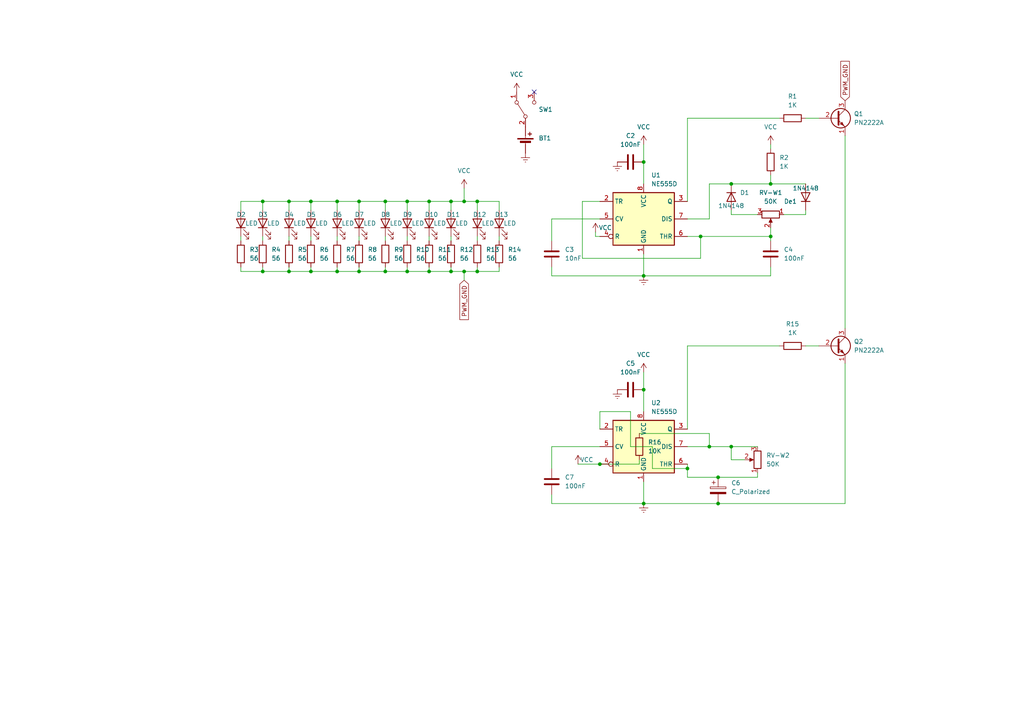
<source format=kicad_sch>
(kicad_sch (version 20230121) (generator eeschema)
  (paper "A4")
  (lib_symbols
    (symbol "Device:Battery_Cell" (pin_numbers hide) (pin_names (offset 0) hide)
      (property "Reference" "BT" (at 2.54 2.54 0))
      (property "Value" "Battery_Cell" (at 2.54 0 0))
      (symbol "Battery_Cell_0_1"
        (rectangle (start -2.286 1.778) (end 2.286 1.524) (fill (type outline)))
        (rectangle (start -1.524 1.016) (end 1.524 0.508) (fill (type outline)))
        (polyline (pts (xy 0 0.762) (xy 0 0)))
        (polyline (pts (xy 0 1.778) (xy 0 2.54)))
        (polyline (pts (xy 0.762 3.048) (xy 1.778 3.048)) (stroke (width 0.254)))
        (polyline (pts (xy 1.27 3.556) (xy 1.27 2.54)) (stroke (width 0.254)))
      )
      (symbol "Battery_Cell_1_1"
        (pin passive line (at 0 5.08 270) (length 2.54) (name "+") (number "1"))
        (pin passive line (at 0 -2.54 90) (length 2.54) (name "-") (number "2"))
      )
    )
    (symbol "Device:C" (pin_numbers hide) (pin_names (offset 0.254))
      (property "Reference" "C" (at 0.635 2.54 0))
      (property "Value" "C" (at 0.635 -2.54 0))
      (symbol "C_0_1"
        (polyline (pts (xy -2.032 -0.762) (xy 2.032 -0.762)) (stroke (width 0.508)))
        (polyline (pts (xy -2.032 0.762) (xy 2.032 0.762)) (stroke (width 0.508)))
      )
      (symbol "C_1_1"
        (pin passive line (at 0 3.81 270) (length 2.794) (name "~") (number "1"))
        (pin passive line (at 0 -3.81 90) (length 2.794) (name "~") (number "2"))
      )
    )
    (symbol "Device:C_Polarized" (pin_numbers hide) (pin_names (offset 0.254))
      (property "Reference" "C" (at 0.635 2.54 0))
      (property "Value" "C_Polarized" (at 0.635 -2.54 0))
      (symbol "C_Polarized_0_1"
        (rectangle (start -2.286 0.508) (end 2.286 1.016))
        (polyline (pts (xy -1.778 2.286) (xy -0.762 2.286)))
        (polyline (pts (xy -1.27 2.794) (xy -1.27 1.778)))
        (rectangle (start 2.286 -0.508) (end -2.286 -1.016) (fill (type outline)))
      )
      (symbol "C_Polarized_1_1"
        (pin passive line (at 0 3.81 270) (length 2.794) (name "~") (number "1"))
        (pin passive line (at 0 -3.81 90) (length 2.794) (name "~") (number "2"))
      )
    )
    (symbol "Device:D" (pin_numbers hide) (pin_names (offset 1.016) hide)
      (property "Reference" "D" (at 0 2.54 0))
      (property "Value" "D" (at 0 -2.54 0))
      (symbol "D_0_1"
        (polyline (pts (xy -1.27 1.27) (xy -1.27 -1.27)) (stroke (width 0.254)))
        (polyline (pts (xy 1.27 0) (xy -1.27 0)))
        (polyline (pts (xy 1.27 1.27) (xy 1.27 -1.27) (xy -1.27 0) (xy 1.27 1.27)) (stroke (width 0.254)))
      )
      (symbol "D_1_1"
        (pin passive line (at -3.81 0 0) (length 2.54) (name "K") (number "1"))
        (pin passive line (at 3.81 0 180) (length 2.54) (name "A") (number "2"))
      )
    )
    (symbol "Device:LED" (pin_numbers hide) (pin_names (offset 1.016) hide)
      (property "Reference" "D" (at 0 2.54 0))
      (property "Value" "LED" (at 0 -2.54 0))
      (symbol "LED_0_1"
        (polyline (pts (xy -1.27 -1.27) (xy -1.27 1.27)) (stroke (width 0.254)))
        (polyline (pts (xy -1.27 0) (xy 1.27 0)))
        (polyline (pts (xy 1.27 -1.27) (xy 1.27 1.27) (xy -1.27 0) (xy 1.27 -1.27)) (stroke (width 0.254)))
        (polyline (pts (xy -3.048 -0.762) (xy -4.572 -2.286) (xy -3.81 -2.286) (xy -4.572 -2.286) (xy -4.572 -1.524)))
        (polyline (pts (xy -1.778 -0.762) (xy -3.302 -2.286) (xy -2.54 -2.286) (xy -3.302 -2.286) (xy -3.302 -1.524)))
      )
      (symbol "LED_1_1"
        (pin passive line (at -3.81 0 0) (length 2.54) (name "K") (number "1"))
        (pin passive line (at 3.81 0 180) (length 2.54) (name "A") (number "2"))
      )
    )
    (symbol "Device:R" (pin_numbers hide) (pin_names (offset 0))
      (property "Reference" "R" (at 2.032 0 90))
      (property "Value" "R" (at 0 0 90))
      (symbol "R_0_1"
        (rectangle (start -1.016 -2.54) (end 1.016 2.54) (stroke (width 0.254)))
      )
      (symbol "R_1_1"
        (pin passive line (at 0 3.81 270) (length 1.27) (name "~") (number "1"))
        (pin passive line (at 0 -3.81 90) (length 1.27) (name "~") (number "2"))
      )
    )
    (symbol "Device:R_Potentiometer" (pin_names (offset 1.016) hide)
      (property "Reference" "RV" (at -4.445 0 90))
      (property "Value" "R_Potentiometer" (at -2.54 0 90))
      (symbol "R_Potentiometer_0_1"
        (polyline (pts (xy 2.54 0) (xy 1.524 0)))
        (polyline (pts (xy 1.143 0) (xy 2.286 0.508) (xy 2.286 -0.508) (xy 1.143 0)) (fill (type outline)))
        (rectangle (start 1.016 2.54) (end -1.016 -2.54) (stroke (width 0.254)))
      )
      (symbol "R_Potentiometer_1_1"
        (pin passive line (at 0 3.81 270) (length 1.27) (name "1") (number "1"))
        (pin passive line (at 3.81 0 180) (length 1.27) (name "2") (number "2"))
        (pin passive line (at 0 -3.81 90) (length 1.27) (name "3") (number "3"))
      )
    )
    (symbol "Switch:SW_SPDT" (pin_names (offset 0) hide)
      (property "Reference" "SW" (at 0 4.318 0))
      (property "Value" "SW_SPDT" (at 0 -5.08 0))
      (symbol "SW_SPDT_0_0"
        (circle (center -2.032 0) (radius 0.508))
        (circle (center 2.032 -2.54) (radius 0.508))
      )
      (symbol "SW_SPDT_0_1"
        (polyline (pts (xy -1.524 0.254) (xy 1.651 2.286)))
        (circle (center 2.032 2.54) (radius 0.508))
      )
      (symbol "SW_SPDT_1_1"
        (pin passive line (at 5.08 2.54 180) (length 2.54) (name "A") (number "1"))
        (pin passive line (at -5.08 0 0) (length 2.54) (name "B") (number "2"))
        (pin passive line (at 5.08 -2.54 180) (length 2.54) (name "C") (number "3"))
      )
    )
    (symbol "Timer:NE555D"
      (property "Reference" "U" (at -10.16 8.89 0))
      (property "Value" "NE555D" (at 2.54 8.89 0))
      (symbol "NE555D_0_0"
        (pin power_in line (at 0 -10.16 90) (length 2.54) (name "GND") (number "1"))
        (pin power_in line (at 0 10.16 270) (length 2.54) (name "VCC") (number "8"))
      )
      (symbol "NE555D_0_1"
        (rectangle (start -8.89 -7.62) (end 8.89 7.62) (stroke (width 0.254)) (fill (type background)))
        (rectangle (start -8.89 -7.62) (end 8.89 7.62) (stroke (width 0.254)) (fill (type background)))
      )
      (symbol "NE555D_1_1"
        (pin input line (at -12.7 5.08 0) (length 3.81) (name "TR") (number "2"))
        (pin output line (at 12.7 5.08 180) (length 3.81) (name "Q") (number "3"))
        (pin input inverted (at -12.7 -5.08 0) (length 3.81) (name "R") (number "4"))
        (pin input line (at -12.7 0 0) (length 3.81) (name "CV") (number "5"))
        (pin input line (at 12.7 -5.08 180) (length 3.81) (name "THR") (number "6"))
        (pin input line (at 12.7 0 180) (length 3.81) (name "DIS") (number "7"))
      )
    )
    (symbol "Transistor_BJT:PN2222A" (pin_names (offset 0) hide)
      (property "Reference" "Q" (at 5.08 1.905 0))
      (property "Value" "PN2222A" (at 5.08 0 0))
      (symbol "PN2222A_0_1"
        (polyline (pts (xy 0 0) (xy 0.635 0)))
        (polyline (pts (xy 2.54 -2.54) (xy 0.635 -0.635)))
        (polyline (pts (xy 2.54 2.54) (xy 0.635 0.635)))
        (polyline (pts (xy 0.635 1.905) (xy 0.635 -1.905) (xy 0.635 -1.905)) (stroke (width 0.508)))
        (polyline (pts (xy 2.413 -2.413) (xy 1.905 -1.905) (xy 1.905 -1.905)))
        (polyline (pts (xy 1.143 -1.651) (xy 1.651 -1.143) (xy 2.159 -2.159) (xy 1.143 -1.651) (xy 1.143 -1.651)) (fill (type outline)))
        (circle (center 1.27 0) (radius 2.8194) (stroke (width 0.254)))
      )
      (symbol "PN2222A_1_1"
        (pin passive line (at 2.54 -5.08 90) (length 2.54) (name "E") (number "1"))
        (pin input line (at -5.08 0 0) (length 5.08) (name "B") (number "2"))
        (pin passive line (at 2.54 5.08 270) (length 2.54) (name "C") (number "3"))
      )
    )
    (symbol "power:Earth" (power) (pin_names (offset 0))
      (symbol "Earth_0_1"
        (polyline (pts (xy -0.635 -1.905) (xy 0.635 -1.905)))
        (polyline (pts (xy -0.127 -2.54) (xy 0.127 -2.54)))
        (polyline (pts (xy 0 -1.27) (xy 0 0)))
        (polyline (pts (xy 1.27 -1.27) (xy -1.27 -1.27)))
      )
      (symbol "Earth_1_1"
        (pin power_in line (at 0 0 270) (length 0) hide (name "Earth") (number "1"))
      )
    )
    (symbol "power:VCC" (power) (pin_names (offset 0))
      (property "Value" "VCC" (at 0 3.81 0))
      (symbol "VCC_0_1"
        (polyline (pts (xy -0.762 1.27) (xy 0 2.54)))
        (polyline (pts (xy 0 0) (xy 0 2.54)))
        (polyline (pts (xy 0 2.54) (xy 0.762 1.27)))
      )
      (symbol "VCC_1_1"
        (pin power_in line (at 0 0 90) (length 0) hide (name "VCC") (number "1"))
      )
    )
  )
  (junction (at 138.43 78.74))
  (junction (at 76.2 78.74))
  (junction (at 90.17 58.42))
  (junction (at 186.69 46.99))
  (junction (at 223.52 53.34))
  (junction (at 97.79 58.42))
  (junction (at 76.2 58.42))
  (junction (at 124.46 78.74))
  (junction (at 104.14 78.74))
  (junction (at 90.17 78.74))
  (junction (at 124.46 58.42))
  (junction (at 118.11 78.74))
  (junction (at 83.82 58.42))
  (junction (at 186.69 80.01))
  (junction (at 208.28 146.05))
  (junction (at 203.2 68.58))
  (junction (at 173.99 134.62))
  (junction (at 199.39 135.89))
  (junction (at 104.14 58.42))
  (junction (at 130.81 78.74))
  (junction (at 130.81 58.42))
  (junction (at 111.76 78.74))
  (junction (at 118.11 58.42))
  (junction (at 97.79 78.74))
  (junction (at 186.69 146.05))
  (junction (at 138.43 58.42))
  (junction (at 208.28 138.43))
  (junction (at 134.62 58.42))
  (junction (at 212.09 129.54))
  (junction (at 134.62 78.74))
  (junction (at 83.82 78.74))
  (junction (at 212.09 53.34))
  (junction (at 186.69 113.03))
  (junction (at 111.76 58.42))
  (junction (at 223.52 68.58))
  (junction (at 205.74 129.54))
  (no_connect (at 154.94 26.67))
  (wire (pts (xy 130.81 77.47) (xy 130.81 78.74)))
  (wire (pts (xy 173.99 119.38) (xy 173.99 124.46)))
  (wire (pts (xy 76.2 78.74) (xy 83.82 78.74)))
  (wire (pts (xy 134.62 78.74) (xy 134.62 81.28)))
  (wire (pts (xy 219.71 138.43) (xy 208.28 138.43)))
  (wire (pts (xy 118.11 58.42) (xy 124.46 58.42)))
  (wire (pts (xy 118.11 78.74) (xy 124.46 78.74)))
  (wire (pts (xy 233.68 62.23) (xy 233.68 60.96)))
  (wire (pts (xy 97.79 69.85) (xy 97.79 68.58)))
  (wire (pts (xy 185.42 125.73) (xy 205.74 125.73)))
  (wire (pts (xy 138.43 78.74) (xy 134.62 78.74)))
  (wire (pts (xy 130.81 58.42) (xy 134.62 58.42)))
  (wire (pts (xy 76.2 69.85) (xy 76.2 68.58)))
  (wire (pts (xy 83.82 60.96) (xy 83.82 58.42)))
  (wire (pts (xy 90.17 58.42) (xy 97.79 58.42)))
  (wire (pts (xy 186.69 41.91) (xy 186.69 46.99)))
  (wire (pts (xy 215.9 133.35) (xy 212.09 133.35)))
  (wire (pts (xy 111.76 58.42) (xy 118.11 58.42)))
  (wire (pts (xy 203.2 68.58) (xy 203.2 74.93)))
  (wire (pts (xy 90.17 58.42) (xy 83.82 58.42)))
  (wire (pts (xy 144.78 69.85) (xy 144.78 68.58)))
  (wire (pts (xy 182.88 119.38) (xy 173.99 119.38)))
  (wire (pts (xy 205.74 63.5) (xy 199.39 63.5)))
  (wire (pts (xy 124.46 78.74) (xy 130.81 78.74)))
  (wire (pts (xy 90.17 69.85) (xy 90.17 68.58)))
  (wire (pts (xy 160.02 69.85) (xy 160.02 63.5)))
  (wire (pts (xy 212.09 53.34) (xy 205.74 53.34)))
  (wire (pts (xy 124.46 60.96) (xy 124.46 58.42)))
  (wire (pts (xy 160.02 146.05) (xy 160.02 143.51)))
  (wire (pts (xy 186.69 139.7) (xy 186.69 146.05)))
  (wire (pts (xy 205.74 129.54) (xy 212.09 129.54)))
  (wire (pts (xy 233.68 53.34) (xy 223.52 53.34)))
  (wire (pts (xy 223.52 69.85) (xy 223.52 68.58)))
  (wire (pts (xy 199.39 100.33) (xy 226.06 100.33)))
  (wire (pts (xy 212.09 129.54) (xy 219.71 129.54)))
  (wire (pts (xy 111.76 78.74) (xy 118.11 78.74)))
  (wire (pts (xy 173.99 58.42) (xy 168.91 58.42)))
  (wire (pts (xy 104.14 58.42) (xy 111.76 58.42)))
  (wire (pts (xy 182.88 129.54) (xy 182.88 119.38)))
  (wire (pts (xy 104.14 58.42) (xy 104.14 60.96)))
  (wire (pts (xy 138.43 69.85) (xy 138.43 68.58)))
  (wire (pts (xy 199.39 129.54) (xy 205.74 129.54)))
  (wire (pts (xy 104.14 78.74) (xy 111.76 78.74)))
  (wire (pts (xy 160.02 135.89) (xy 160.02 129.54)))
  (wire (pts (xy 223.52 68.58) (xy 223.52 66.04)))
  (wire (pts (xy 186.69 107.95) (xy 186.69 113.03)))
  (wire (pts (xy 144.78 78.74) (xy 138.43 78.74)))
  (wire (pts (xy 104.14 77.47) (xy 104.14 78.74)))
  (wire (pts (xy 90.17 77.47) (xy 90.17 78.74)))
  (wire (pts (xy 76.2 58.42) (xy 76.2 60.96)))
  (wire (pts (xy 168.91 58.42) (xy 168.91 74.93)))
  (wire (pts (xy 199.39 58.42) (xy 199.39 34.29)))
  (wire (pts (xy 138.43 60.96) (xy 138.43 58.42)))
  (wire (pts (xy 199.39 138.43) (xy 199.39 135.89)))
  (wire (pts (xy 69.85 58.42) (xy 76.2 58.42)))
  (wire (pts (xy 138.43 77.47) (xy 138.43 78.74)))
  (wire (pts (xy 97.79 58.42) (xy 104.14 58.42)))
  (wire (pts (xy 212.09 60.96) (xy 212.09 62.23)))
  (wire (pts (xy 69.85 60.96) (xy 69.85 58.42)))
  (wire (pts (xy 97.79 77.47) (xy 97.79 78.74)))
  (wire (pts (xy 118.11 77.47) (xy 118.11 78.74)))
  (wire (pts (xy 205.74 53.34) (xy 205.74 63.5)))
  (wire (pts (xy 76.2 58.42) (xy 83.82 58.42)))
  (wire (pts (xy 138.43 58.42) (xy 134.62 58.42)))
  (wire (pts (xy 233.68 34.29) (xy 237.49 34.29)))
  (wire (pts (xy 189.23 135.89) (xy 189.23 129.54)))
  (wire (pts (xy 130.81 58.42) (xy 130.81 60.96)))
  (wire (pts (xy 90.17 78.74) (xy 83.82 78.74)))
  (wire (pts (xy 160.02 80.01) (xy 160.02 77.47)))
  (wire (pts (xy 172.72 67.31) (xy 172.72 68.58)))
  (wire (pts (xy 199.39 124.46) (xy 199.39 100.33)))
  (wire (pts (xy 104.14 69.85) (xy 104.14 68.58)))
  (wire (pts (xy 199.39 34.29) (xy 226.06 34.29)))
  (wire (pts (xy 83.82 69.85) (xy 83.82 68.58)))
  (wire (pts (xy 208.28 146.05) (xy 186.69 146.05)))
  (wire (pts (xy 111.76 60.96) (xy 111.76 58.42)))
  (wire (pts (xy 144.78 60.96) (xy 144.78 58.42)))
  (wire (pts (xy 245.11 146.05) (xy 208.28 146.05)))
  (wire (pts (xy 186.69 46.99) (xy 186.69 53.34)))
  (wire (pts (xy 118.11 60.96) (xy 118.11 58.42)))
  (wire (pts (xy 134.62 58.42) (xy 134.62 54.61)))
  (wire (pts (xy 69.85 78.74) (xy 76.2 78.74)))
  (wire (pts (xy 111.76 77.47) (xy 111.76 78.74)))
  (wire (pts (xy 124.46 77.47) (xy 124.46 78.74)))
  (wire (pts (xy 245.11 105.41) (xy 245.11 146.05)))
  (wire (pts (xy 223.52 53.34) (xy 212.09 53.34)))
  (wire (pts (xy 118.11 69.85) (xy 118.11 68.58)))
  (wire (pts (xy 199.39 135.89) (xy 189.23 135.89)))
  (wire (pts (xy 160.02 80.01) (xy 186.69 80.01)))
  (wire (pts (xy 186.69 73.66) (xy 186.69 80.01)))
  (wire (pts (xy 83.82 77.47) (xy 83.82 78.74)))
  (wire (pts (xy 160.02 63.5) (xy 173.99 63.5)))
  (wire (pts (xy 168.91 74.93) (xy 203.2 74.93)))
  (wire (pts (xy 223.52 41.91) (xy 223.52 43.18)))
  (wire (pts (xy 203.2 68.58) (xy 223.52 68.58)))
  (wire (pts (xy 90.17 60.96) (xy 90.17 58.42)))
  (wire (pts (xy 167.64 134.62) (xy 173.99 134.62)))
  (wire (pts (xy 124.46 58.42) (xy 130.81 58.42)))
  (wire (pts (xy 205.74 125.73) (xy 205.74 129.54)))
  (wire (pts (xy 233.68 100.33) (xy 237.49 100.33)))
  (wire (pts (xy 189.23 129.54) (xy 182.88 129.54)))
  (wire (pts (xy 223.52 80.01) (xy 186.69 80.01)))
  (wire (pts (xy 144.78 77.47) (xy 144.78 78.74)))
  (wire (pts (xy 219.71 137.16) (xy 219.71 138.43)))
  (wire (pts (xy 227.33 62.23) (xy 233.68 62.23)))
  (wire (pts (xy 97.79 60.96) (xy 97.79 58.42)))
  (wire (pts (xy 212.09 62.23) (xy 219.71 62.23)))
  (wire (pts (xy 97.79 78.74) (xy 104.14 78.74)))
  (wire (pts (xy 130.81 78.74) (xy 134.62 78.74)))
  (wire (pts (xy 76.2 77.47) (xy 76.2 78.74)))
  (wire (pts (xy 223.52 77.47) (xy 223.52 80.01)))
  (wire (pts (xy 160.02 146.05) (xy 186.69 146.05)))
  (wire (pts (xy 199.39 135.89) (xy 199.39 134.62)))
  (wire (pts (xy 223.52 50.8) (xy 223.52 53.34)))
  (wire (pts (xy 173.99 68.58) (xy 172.72 68.58)))
  (wire (pts (xy 245.11 39.37) (xy 245.11 95.25)))
  (wire (pts (xy 199.39 68.58) (xy 203.2 68.58)))
  (wire (pts (xy 69.85 77.47) (xy 69.85 78.74)))
  (wire (pts (xy 186.69 113.03) (xy 186.69 119.38)))
  (wire (pts (xy 208.28 138.43) (xy 199.39 138.43)))
  (wire (pts (xy 69.85 69.85) (xy 69.85 68.58)))
  (wire (pts (xy 124.46 69.85) (xy 124.46 68.58)))
  (wire (pts (xy 212.09 133.35) (xy 212.09 129.54)))
  (wire (pts (xy 90.17 78.74) (xy 97.79 78.74)))
  (wire (pts (xy 144.78 58.42) (xy 138.43 58.42)))
  (wire (pts (xy 130.81 69.85) (xy 130.81 68.58)))
  (wire (pts (xy 160.02 129.54) (xy 173.99 129.54)))
  (wire (pts (xy 111.76 69.85) (xy 111.76 68.58)))
  (wire (pts (xy 173.99 134.62) (xy 185.42 134.62)))
  (wire (pts (xy 185.42 134.62) (xy 185.42 133.35)))
  (global_label "PWM_GND" (shape input) (at 245.11 29.21 90) (property "Intersheetrefs" "${INTERSHEET_REFS}" (effects hide)))
  (global_label "PWM_GND" (shape input) (at 134.62 81.28 270) (property "Intersheetrefs" "${INTERSHEET_REFS}" (effects hide)))
  (symbol (lib_id "Device:R") (at 229.87 34.29 90) (unit 1)
    (property "Reference" "R1" (at 229.87 27.94 90))
    (property "Value" "1K" (at 229.87 30.48 90))
    (property "Footprint" "Resistor_SMD:R_0805_2012Metric_Pad1.20x1.40mm_HandSolder" (effects hide))
  )
  (symbol (lib_id "Device:R") (at 111.76 73.66 180) (unit 1)
    (property "Reference" "R9" (at 114.3 72.39 0) (effects (justify right)))
    (property "Value" "56" (at 114.3 74.93 0) (effects (justify right)))
    (property "Footprint" "Resistor_SMD:R_0805_2012Metric_Pad1.20x1.40mm_HandSolder" (effects hide))
  )
  (symbol (lib_id "Device:LED") (at 90.17 64.77 90) (unit 1)
    (property "Reference" "D5" (at 88.9 62.23 90) (effects (justify right)))
    (property "Value" "LED" (at 91.44 64.77 90) (effects (justify right)))
    (property "Footprint" "Capacitor_SMD:C_0805_2012Metric" (effects hide))
  )
  (symbol (lib_id "Device:LED") (at 130.81 64.77 90) (unit 1)
    (property "Reference" "D11" (at 129.54 62.23 90) (effects (justify right)))
    (property "Value" "LED" (at 132.08 64.77 90) (effects (justify right)))
    (property "Footprint" "Capacitor_SMD:C_0805_2012Metric" (effects hide))
  )
  (symbol (lib_id "Device:R") (at 124.46 73.66 180) (unit 1)
    (property "Reference" "R11" (at 127 72.39 0) (effects (justify right)))
    (property "Value" "56" (at 127 74.93 0) (effects (justify right)))
    (property "Footprint" "Resistor_SMD:R_0805_2012Metric_Pad1.20x1.40mm_HandSolder" (effects hide))
  )
  (symbol (lib_id "Device:C") (at 223.52 73.66 0) (unit 1)
    (property "Reference" "C4" (at 227.33 72.39 0) (effects (justify left)))
    (property "Value" "100nF" (at 227.33 74.93 0) (effects (justify left)))
    (property "Footprint" "Capacitor_SMD:C_0805_2012Metric_Pad1.18x1.45mm_HandSolder" (effects hide))
  )
  (symbol (lib_id "power:Earth") (at 186.69 80.01 0) (unit 1)
    (property "Reference" "#PWR08" (effects hide))
    (property "Value" "Earth" (effects hide))
  )
  (symbol (lib_id "power:VCC") (at 149.86 26.67 0) (unit 1)
    (property "Reference" "#PWR01" (effects hide))
    (property "Value" "VCC" (at 149.86 21.59 0))
  )
  (symbol (lib_id "Device:LED") (at 97.79 64.77 90) (unit 1)
    (property "Reference" "D6" (at 96.52 62.23 90) (effects (justify right)))
    (property "Value" "LED" (at 99.06 64.77 90) (effects (justify right)))
    (property "Footprint" "Capacitor_SMD:C_0805_2012Metric" (effects hide))
  )
  (symbol (lib_id "Device:C") (at 160.02 139.7 0) (unit 1)
    (property "Reference" "C7" (at 163.83 138.43 0) (effects (justify left)))
    (property "Value" "100nF" (at 163.83 140.97 0) (effects (justify left)))
    (property "Footprint" "Capacitor_SMD:C_0805_2012Metric_Pad1.18x1.45mm_HandSolder" (effects hide))
  )
  (symbol (lib_id "Device:R") (at 138.43 73.66 180) (unit 1)
    (property "Reference" "R13" (at 140.97 72.39 0) (effects (justify right)))
    (property "Value" "56" (at 140.97 74.93 0) (effects (justify right)))
    (property "Footprint" "Resistor_SMD:R_0805_2012Metric_Pad1.20x1.40mm_HandSolder" (effects hide))
  )
  (symbol (lib_id "Device:LED") (at 69.85 64.77 90) (unit 1)
    (property "Reference" "D2" (at 68.58 62.23 90) (effects (justify right)))
    (property "Value" "LED" (at 71.12 64.77 90) (effects (justify right)))
    (property "Footprint" "Capacitor_SMD:C_0805_2012Metric" (effects hide))
  )
  (symbol (lib_id "Timer:NE555D") (at 186.69 129.54 0) (unit 1)
    (property "Reference" "U2" (at 188.8841 116.84 0) (effects (justify left)))
    (property "Value" "NE555D" (at 188.8841 119.38 0) (effects (justify left)))
    (property "Footprint" "Package_SO:SOIC-8_3.9x4.9mm_P1.27mm" (effects hide))
    (property "Datasheet" "http://www.ti.com/lit/ds/symlink/ne555.pdf" (effects hide))
  )
  (symbol (lib_id "Device:R") (at 118.11 73.66 180) (unit 1)
    (property "Reference" "R10" (at 120.65 72.39 0) (effects (justify right)))
    (property "Value" "56" (at 120.65 74.93 0) (effects (justify right)))
    (property "Footprint" "Resistor_SMD:R_0805_2012Metric_Pad1.20x1.40mm_HandSolder" (effects hide))
  )
  (symbol (lib_id "Device:LED") (at 118.11 64.77 90) (unit 1)
    (property "Reference" "D9" (at 116.84 62.23 90) (effects (justify right)))
    (property "Value" "LED" (at 119.38 64.77 90) (effects (justify right)))
    (property "Footprint" "Capacitor_SMD:C_0805_2012Metric" (effects hide))
  )
  (symbol (lib_id "power:Earth") (at 152.4 44.45 0) (unit 1)
    (property "Reference" "#PWR04" (effects hide))
    (property "Value" "Earth" (effects hide))
  )
  (symbol (lib_id "power:VCC") (at 223.52 41.91 0) (unit 1)
    (property "Reference" "#PWR03" (effects hide))
    (property "Value" "VCC" (at 223.52 36.83 0))
  )
  (symbol (lib_id "power:VCC") (at 186.69 41.91 0) (unit 1)
    (property "Reference" "#PWR02" (effects hide))
    (property "Value" "VCC" (at 186.69 36.83 0))
  )
  (symbol (lib_id "Device:R_Potentiometer") (at 223.52 62.23 270) (unit 1)
    (property "Reference" "RV-W1" (at 223.52 55.88 90))
    (property "Value" "50K" (at 223.52 58.42 90))
    (property "Footprint" "Potentiometer_THT:Potentiometer_Vishay_T73YP_Vertical" (effects hide))
  )
  (symbol (lib_id "Device:D") (at 212.09 57.15 270) (unit 1)
    (property "Reference" "D1" (at 214.63 55.88 90) (effects (justify left)))
    (property "Value" "1N4148" (at 208.28 59.69 90) (effects (justify left)))
    (property "Footprint" "Diode_SMD:D_SOD-323_HandSoldering" (effects hide))
    (property "Sim.Device" "D" (effects hide))
    (property "Sim.Pins" "1=K 2=A" (effects hide))
  )
  (symbol (lib_id "Device:Battery_Cell") (at 152.4 41.91 0) (unit 1)
    (property "Reference" "BT1" (at 156.21 40.0685 0) (effects (justify left)))
    (property "Value" "Battery_Cell" (effects hide))
    (property "Footprint" "Battery:BatteryHolder_Keystone_1060_1x2032" (effects hide))
  )
  (symbol (lib_id "power:VCC") (at 134.62 54.61 0) (unit 1)
    (property "Reference" "#PWR06" (effects hide))
    (property "Value" "VCC" (at 134.62 49.53 0))
  )
  (symbol (lib_id "Device:LED") (at 111.76 64.77 90) (unit 1)
    (property "Reference" "D8" (at 110.49 62.23 90) (effects (justify right)))
    (property "Value" "LED" (at 113.03 64.77 90) (effects (justify right)))
    (property "Footprint" "Capacitor_SMD:C_0805_2012Metric" (effects hide))
  )
  (symbol (lib_id "Device:R") (at 69.85 73.66 180) (unit 1)
    (property "Reference" "R3" (at 72.39 72.39 0) (effects (justify right)))
    (property "Value" "56" (at 72.39 74.93 0) (effects (justify right)))
    (property "Footprint" "Resistor_SMD:R_0805_2012Metric_Pad1.20x1.40mm_HandSolder" (effects hide))
  )
  (symbol (lib_id "Device:R") (at 97.79 73.66 180) (unit 1)
    (property "Reference" "R7" (at 100.33 72.39 0) (effects (justify right)))
    (property "Value" "56" (at 100.33 74.93 0) (effects (justify right)))
    (property "Footprint" "Resistor_SMD:R_0805_2012Metric_Pad1.20x1.40mm_HandSolder" (effects hide))
  )
  (symbol (lib_id "Device:R") (at 90.17 73.66 180) (unit 1)
    (property "Reference" "R6" (at 92.71 72.39 0) (effects (justify right)))
    (property "Value" "56" (at 92.71 74.93 0) (effects (justify right)))
    (property "Footprint" "Resistor_SMD:R_0805_2012Metric_Pad1.20x1.40mm_HandSolder" (effects hide))
  )
  (symbol (lib_id "Timer:NE555D") (at 186.69 63.5 0) (unit 1)
    (property "Reference" "U1" (at 188.8841 50.8 0) (effects (justify left)))
    (property "Value" "NE555D" (at 188.8841 53.34 0) (effects (justify left)))
    (property "Footprint" "Package_SO:SOIC-8_3.9x4.9mm_P1.27mm" (effects hide))
    (property "Datasheet" "http://www.ti.com/lit/ds/symlink/ne555.pdf" (effects hide))
  )
  (symbol (lib_id "Device:C_Polarized") (at 208.28 142.24 0) (unit 1)
    (property "Reference" "C6" (at 212.09 140.081 0) (effects (justify left)))
    (property "Value" "C_Polarized" (at 212.09 142.621 0) (effects (justify left)))
    (property "Footprint" "Capacitor_SMD:CP_Elec_6.3x5.4" (effects hide))
  )
  (symbol (lib_id "Device:R") (at 104.14 73.66 180) (unit 1)
    (property "Reference" "R8" (at 106.68 72.39 0) (effects (justify right)))
    (property "Value" "56" (at 106.68 74.93 0) (effects (justify right)))
    (property "Footprint" "Resistor_SMD:R_0805_2012Metric_Pad1.20x1.40mm_HandSolder" (effects hide))
  )
  (symbol (lib_id "power:Earth") (at 186.69 146.05 0) (unit 1)
    (property "Reference" "#PWR011" (effects hide))
    (property "Value" "Earth" (effects hide))
  )
  (symbol (lib_id "Device:R") (at 83.82 73.66 180) (unit 1)
    (property "Reference" "R5" (at 86.36 72.39 0) (effects (justify right)))
    (property "Value" "56" (at 86.36 74.93 0) (effects (justify right)))
    (property "Footprint" "Resistor_SMD:R_0805_2012Metric_Pad1.20x1.40mm_HandSolder" (effects hide))
  )
  (symbol (lib_id "power:Earth") (at 179.07 113.03 0) (unit 1)
    (property "Reference" "#PWR010" (effects hide))
    (property "Value" "Earth" (effects hide))
  )
  (symbol (lib_id "Device:R") (at 223.52 46.99 0) (unit 1)
    (property "Reference" "R2" (at 226.06 45.72 0) (effects (justify left)))
    (property "Value" "1K" (at 226.06 48.26 0) (effects (justify left)))
    (property "Footprint" "Resistor_SMD:R_0805_2012Metric_Pad1.20x1.40mm_HandSolder" (effects hide))
  )
  (symbol (lib_id "Device:C") (at 160.02 73.66 0) (unit 1)
    (property "Reference" "C3" (at 163.83 72.39 0) (effects (justify left)))
    (property "Value" "10nF" (at 163.83 74.93 0) (effects (justify left)))
    (property "Footprint" "Capacitor_SMD:C_0805_2012Metric_Pad1.18x1.45mm_HandSolder" (effects hide))
  )
  (symbol (lib_id "Device:LED") (at 138.43 64.77 90) (unit 1)
    (property "Reference" "D12" (at 137.16 62.23 90) (effects (justify right)))
    (property "Value" "LED" (at 139.7 64.77 90) (effects (justify right)))
    (property "Footprint" "Capacitor_SMD:C_0805_2012Metric" (effects hide))
  )
  (symbol (lib_id "Device:LED") (at 104.14 64.77 90) (unit 1)
    (property "Reference" "D7" (at 102.87 62.23 90) (effects (justify right)))
    (property "Value" "LED" (at 105.41 64.77 90) (effects (justify right)))
    (property "Footprint" "Capacitor_SMD:C_0805_2012Metric" (effects hide))
  )
  (symbol (lib_id "Device:R") (at 76.2 73.66 180) (unit 1)
    (property "Reference" "R4" (at 78.74 72.39 0) (effects (justify right)))
    (property "Value" "56" (at 78.74 74.93 0) (effects (justify right)))
    (property "Footprint" "Resistor_SMD:R_0805_2012Metric_Pad1.20x1.40mm_HandSolder" (effects hide))
  )
  (symbol (lib_id "Device:R") (at 185.42 129.54 180) (unit 1)
    (property "Reference" "R16" (at 187.96 128.27 0) (effects (justify right)))
    (property "Value" "10K" (at 187.96 130.81 0) (effects (justify right)))
    (property "Footprint" "Resistor_SMD:R_0805_2012Metric_Pad1.20x1.40mm_HandSolder" (effects hide))
  )
  (symbol (lib_id "Device:C") (at 182.88 113.03 270) (unit 1)
    (property "Reference" "C5" (at 182.88 105.41 90))
    (property "Value" "100nF" (at 182.88 107.95 90))
    (property "Footprint" "Capacitor_SMD:C_0805_2012Metric_Pad1.18x1.45mm_HandSolder" (effects hide))
  )
  (symbol (lib_id "Transistor_BJT:PN2222A") (at 242.57 34.29 0) (unit 1)
    (property "Reference" "Q1" (at 247.65 33.02 0) (effects (justify left)))
    (property "Value" "PN2222A" (at 247.65 35.56 0) (effects (justify left)))
    (property "Footprint" "transistorer:MMBT2222A" (effects hide))
    (property "Datasheet" "https://www.onsemi.com/pub/Collateral/PN2222-D.PDF" (effects hide))
  )
  (symbol (lib_id "Device:C") (at 182.88 46.99 270) (unit 1)
    (property "Reference" "C2" (at 182.88 39.37 90))
    (property "Value" "100nF" (at 182.88 41.91 90))
    (property "Footprint" "Capacitor_SMD:C_0805_2012Metric_Pad1.18x1.45mm_HandSolder" (effects hide))
  )
  (symbol (lib_id "Device:LED") (at 83.82 64.77 90) (unit 1)
    (property "Reference" "D4" (at 82.55 62.23 90) (effects (justify right)))
    (property "Value" "LED" (at 85.09 64.77 90) (effects (justify right)))
    (property "Footprint" "Capacitor_SMD:C_0805_2012Metric" (effects hide))
  )
  (symbol (lib_id "Device:R") (at 229.87 100.33 90) (unit 1)
    (property "Reference" "R15" (at 229.87 93.98 90))
    (property "Value" "1K" (at 229.87 96.52 90))
    (property "Footprint" "Resistor_SMD:R_0805_2012Metric_Pad1.20x1.40mm_HandSolder" (effects hide))
  )
  (symbol (lib_id "Switch:SW_SPDT") (at 152.4 31.75 90) (unit 1)
    (property "Reference" "SW1" (at 156.21 31.75 90) (effects (justify right)))
    (property "Value" "SW_SPDT" (effects hide))
    (property "Footprint" "custom:MSS-22D18" (effects hide))
  )
  (symbol (lib_id "Device:D") (at 233.68 57.15 90) (unit 1)
    (property "Reference" "De1" (at 231.14 58.42 90) (effects (justify left)))
    (property "Value" "1N4148" (at 237.49 54.61 90) (effects (justify left)))
    (property "Footprint" "Diode_SMD:D_SOD-323_HandSoldering" (effects hide))
    (property "Sim.Device" "D" (effects hide))
    (property "Sim.Pins" "1=K 2=A" (effects hide))
  )
  (symbol (lib_id "power:VCC") (at 186.69 107.95 0) (unit 1)
    (property "Reference" "#PWR09" (effects hide))
    (property "Value" "VCC" (at 186.69 102.87 0))
  )
  (symbol (lib_id "Device:R") (at 144.78 73.66 180) (unit 1)
    (property "Reference" "R14" (at 147.32 72.39 0) (effects (justify right)))
    (property "Value" "56" (at 147.32 74.93 0) (effects (justify right)))
    (property "Footprint" "Resistor_SMD:R_0805_2012Metric_Pad1.20x1.40mm_HandSolder" (effects hide))
  )
  (symbol (lib_id "Device:R") (at 130.81 73.66 180) (unit 1)
    (property "Reference" "R12" (at 133.35 72.39 0) (effects (justify right)))
    (property "Value" "56" (at 133.35 74.93 0) (effects (justify right)))
    (property "Footprint" "Resistor_SMD:R_0805_2012Metric_Pad1.20x1.40mm_HandSolder" (effects hide))
  )
  (symbol (lib_id "Device:LED") (at 76.2 64.77 90) (unit 1)
    (property "Reference" "D3" (at 74.93 62.23 90) (effects (justify right)))
    (property "Value" "LED" (at 77.47 64.77 90) (effects (justify right)))
    (property "Footprint" "Capacitor_SMD:C_0805_2012Metric" (effects hide))
  )
  (symbol (lib_id "power:Earth") (at 179.07 46.99 0) (unit 1)
    (property "Reference" "#PWR05" (effects hide))
    (property "Value" "Earth" (effects hide))
  )
  (symbol (lib_id "power:VCC") (at 172.72 67.31 0) (unit 1)
    (property "Reference" "#PWR07" (effects hide))
    (property "Value" "VCC" (at 175.5628 66.0532 0))
  )
  (symbol (lib_id "Transistor_BJT:PN2222A") (at 242.57 100.33 0) (unit 1)
    (property "Reference" "Q2" (at 247.65 99.06 0) (effects (justify left)))
    (property "Value" "PN2222A" (at 247.65 101.6 0) (effects (justify left)))
    (property "Footprint" "transistorer:MMBT2222A" (effects hide))
    (property "Datasheet" "https://www.onsemi.com/pub/Collateral/PN2222-D.PDF" (effects hide))
  )
  (symbol (lib_id "power:VCC") (at 167.64 134.62 0) (unit 1)
    (property "Reference" "#PWR012" (effects hide))
    (property "Value" "VCC" (at 170.18 133.35 0))
  )
  (symbol (lib_id "Device:LED") (at 144.78 64.77 90) (unit 1)
    (property "Reference" "D13" (at 143.51 62.23 90) (effects (justify right)))
    (property "Value" "LED" (at 146.05 64.77 90) (effects (justify right)))
    (property "Footprint" "Capacitor_SMD:C_0805_2012Metric" (effects hide))
  )
  (symbol (lib_id "Device:LED") (at 124.46 64.77 90) (unit 1)
    (property "Reference" "D10" (at 123.19 62.23 90) (effects (justify right)))
    (property "Value" "LED" (at 125.73 64.77 90) (effects (justify right)))
    (property "Footprint" "Capacitor_SMD:C_0805_2012Metric" (effects hide))
  )
  (symbol (lib_id "Device:R_Potentiometer") (at 219.71 133.35 180) (unit 1)
    (property "Reference" "RV-W2" (at 222.25 132.08 0) (effects (justify right)))
    (property "Value" "50K" (at 222.25 134.62 0) (effects (justify right)))
    (property "Footprint" "Potentiometer_THT:Potentiometer_Vishay_T73YP_Vertical" (effects hide))
  )
)
</source>
